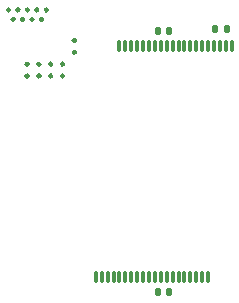
<source format=gbr>
G04 #@! TF.GenerationSoftware,KiCad,Pcbnew,8.99.0-344-gfbc433deaa*
G04 #@! TF.CreationDate,2024-05-05T12:56:36-04:00*
G04 #@! TF.ProjectId,nandFlex,6e616e64-466c-4657-982e-6b696361645f,3*
G04 #@! TF.SameCoordinates,Original*
G04 #@! TF.FileFunction,Soldermask,Top*
G04 #@! TF.FilePolarity,Negative*
%FSLAX46Y46*%
G04 Gerber Fmt 4.6, Leading zero omitted, Abs format (unit mm)*
G04 Created by KiCad (PCBNEW 8.99.0-344-gfbc433deaa) date 2024-05-05 12:56:36*
%MOMM*%
%LPD*%
G01*
G04 APERTURE LIST*
G04 Aperture macros list*
%AMRoundRect*
0 Rectangle with rounded corners*
0 $1 Rounding radius*
0 $2 $3 $4 $5 $6 $7 $8 $9 X,Y pos of 4 corners*
0 Add a 4 corners polygon primitive as box body*
4,1,4,$2,$3,$4,$5,$6,$7,$8,$9,$2,$3,0*
0 Add four circle primitives for the rounded corners*
1,1,$1+$1,$2,$3*
1,1,$1+$1,$4,$5*
1,1,$1+$1,$6,$7*
1,1,$1+$1,$8,$9*
0 Add four rect primitives between the rounded corners*
20,1,$1+$1,$2,$3,$4,$5,0*
20,1,$1+$1,$4,$5,$6,$7,0*
20,1,$1+$1,$6,$7,$8,$9,0*
20,1,$1+$1,$8,$9,$2,$3,0*%
G04 Aperture macros list end*
%ADD10C,0.235050*%
%ADD11RoundRect,0.140000X-0.140000X-0.170000X0.140000X-0.170000X0.140000X0.170000X-0.140000X0.170000X0*%
%ADD12RoundRect,0.112000X-0.028000X0.438000X-0.028000X-0.438000X0.028000X-0.438000X0.028000X0.438000X0*%
%ADD13RoundRect,0.135000X0.135000X0.185000X-0.135000X0.185000X-0.135000X-0.185000X0.135000X-0.185000X0*%
G04 APERTURE END LIST*
D10*
X218017525Y-71024100D02*
G75*
G02*
X217782475Y-71024100I-117525J0D01*
G01*
X217782475Y-71024100D02*
G75*
G02*
X218017525Y-71024100I117525J0D01*
G01*
X217017525Y-71024100D02*
G75*
G02*
X216782475Y-71024100I-117525J0D01*
G01*
X216782475Y-71024100D02*
G75*
G02*
X217017525Y-71024100I117525J0D01*
G01*
X216017575Y-71024050D02*
G75*
G02*
X215782525Y-71024050I-117525J0D01*
G01*
X215782525Y-71024050D02*
G75*
G02*
X216017575Y-71024050I117525J0D01*
G01*
X215017575Y-71024050D02*
G75*
G02*
X214782525Y-71024050I-117525J0D01*
G01*
X214782525Y-71024050D02*
G75*
G02*
X215017575Y-71024050I117525J0D01*
G01*
X218017585Y-70024160D02*
G75*
G02*
X217782535Y-70024160I-117525J0D01*
G01*
X217782535Y-70024160D02*
G75*
G02*
X218017585Y-70024160I117525J0D01*
G01*
X217017525Y-70024100D02*
G75*
G02*
X216782475Y-70024100I-117525J0D01*
G01*
X216782475Y-70024100D02*
G75*
G02*
X217017525Y-70024100I117525J0D01*
G01*
X216017525Y-70024100D02*
G75*
G02*
X215782475Y-70024100I-117525J0D01*
G01*
X215782475Y-70024100D02*
G75*
G02*
X216017525Y-70024100I117525J0D01*
G01*
X215017635Y-70024110D02*
G75*
G02*
X214782585Y-70024110I-117525J0D01*
G01*
X214782585Y-70024110D02*
G75*
G02*
X215017635Y-70024110I117525J0D01*
G01*
X219017635Y-69024110D02*
G75*
G02*
X218782585Y-69024110I-117525J0D01*
G01*
X218782585Y-69024110D02*
G75*
G02*
X219017635Y-69024110I117525J0D01*
G01*
X219017635Y-68024110D02*
G75*
G02*
X218782585Y-68024110I-117525J0D01*
G01*
X218782585Y-68024110D02*
G75*
G02*
X219017635Y-68024110I117525J0D01*
G01*
X216240816Y-66231530D02*
G75*
G02*
X216005766Y-66231530I-117525J0D01*
G01*
X216005766Y-66231530D02*
G75*
G02*
X216240816Y-66231530I117525J0D01*
G01*
X215440816Y-66231530D02*
G75*
G02*
X215205766Y-66231530I-117525J0D01*
G01*
X215205766Y-66231530D02*
G75*
G02*
X215440816Y-66231530I117525J0D01*
G01*
X214640816Y-66231530D02*
G75*
G02*
X214405766Y-66231530I-117525J0D01*
G01*
X214405766Y-66231530D02*
G75*
G02*
X214640816Y-66231530I117525J0D01*
G01*
X213840816Y-66231530D02*
G75*
G02*
X213605766Y-66231530I-117525J0D01*
G01*
X213605766Y-66231530D02*
G75*
G02*
X213840816Y-66231530I117525J0D01*
G01*
X216640816Y-65431530D02*
G75*
G02*
X216405766Y-65431530I-117525J0D01*
G01*
X216405766Y-65431530D02*
G75*
G02*
X216640816Y-65431530I117525J0D01*
G01*
X215840816Y-65431530D02*
G75*
G02*
X215605766Y-65431530I-117525J0D01*
G01*
X215605766Y-65431530D02*
G75*
G02*
X215840816Y-65431530I117525J0D01*
G01*
X215040816Y-65431530D02*
G75*
G02*
X214805766Y-65431530I-117525J0D01*
G01*
X214805766Y-65431530D02*
G75*
G02*
X215040816Y-65431530I117525J0D01*
G01*
X214240816Y-65431530D02*
G75*
G02*
X214005766Y-65431530I-117525J0D01*
G01*
X214005766Y-65431530D02*
G75*
G02*
X214240816Y-65431530I117525J0D01*
G01*
X213440816Y-65431530D02*
G75*
G02*
X213205766Y-65431530I-117525J0D01*
G01*
X213205766Y-65431530D02*
G75*
G02*
X213440816Y-65431530I117525J0D01*
G01*
D11*
X225993291Y-67221530D03*
X226953291Y-67221530D03*
X225993291Y-89321530D03*
X226953291Y-89321530D03*
D12*
X232223291Y-68521530D03*
X231723291Y-68521530D03*
X231223291Y-68521530D03*
X230723291Y-68521530D03*
X230223291Y-68521530D03*
X229723291Y-68521530D03*
X229223291Y-68521530D03*
X228723291Y-68521530D03*
X228223291Y-68521530D03*
X227723291Y-68521530D03*
X227223291Y-68521530D03*
X226723291Y-68521530D03*
X226223291Y-68521530D03*
X225723291Y-68521530D03*
X225223291Y-68521530D03*
X224723291Y-68521530D03*
X224223291Y-68521530D03*
X223723291Y-68521530D03*
X223223291Y-68521530D03*
X222723291Y-68521530D03*
X220723291Y-88021530D03*
X221223291Y-88021530D03*
X221723291Y-88021530D03*
X222223291Y-88021530D03*
X222723291Y-88021530D03*
X223223291Y-88021530D03*
X223723291Y-88021530D03*
X224223291Y-88021530D03*
X224723291Y-88021530D03*
X225223291Y-88021530D03*
X225723291Y-88021530D03*
X226223291Y-88021530D03*
X226723291Y-88021530D03*
X227223291Y-88021530D03*
X227723291Y-88021530D03*
X228223291Y-88021530D03*
X228723291Y-88021530D03*
X229223291Y-88021530D03*
X229723291Y-88021530D03*
X230223291Y-88021530D03*
D13*
X231815000Y-67005000D03*
X230795000Y-67005000D03*
M02*

</source>
